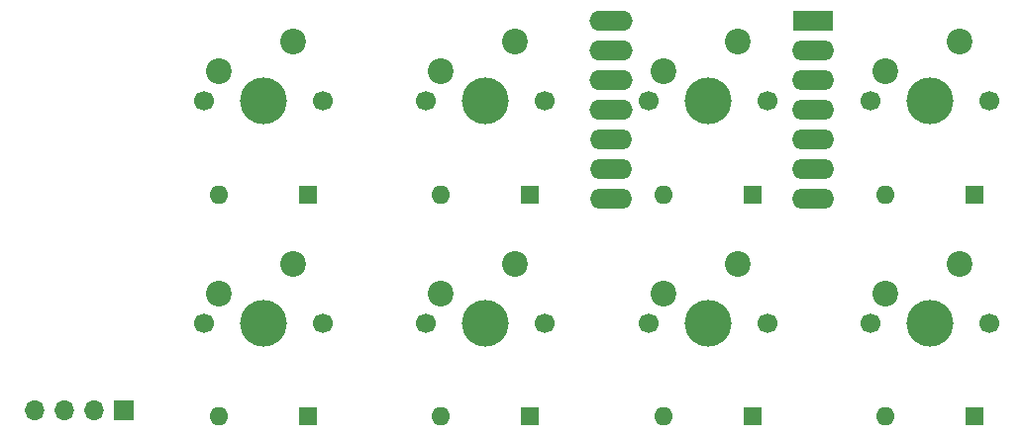
<source format=gbs>
G04 #@! TF.GenerationSoftware,KiCad,Pcbnew,9.0.7*
G04 #@! TF.CreationDate,2026-02-20T22:20:20+11:00*
G04 #@! TF.ProjectId,oled-v2,6f6c6564-2d76-4322-9e6b-696361645f70,rev?*
G04 #@! TF.SameCoordinates,Original*
G04 #@! TF.FileFunction,Soldermask,Bot*
G04 #@! TF.FilePolarity,Negative*
%FSLAX46Y46*%
G04 Gerber Fmt 4.6, Leading zero omitted, Abs format (unit mm)*
G04 Created by KiCad (PCBNEW 9.0.7) date 2026-02-20 22:20:20*
%MOMM*%
%LPD*%
G01*
G04 APERTURE LIST*
%ADD10R,1.600000X1.600000*%
%ADD11O,1.600000X1.600000*%
%ADD12C,1.700000*%
%ADD13C,4.000000*%
%ADD14C,2.200000*%
%ADD15R,1.700000X1.700000*%
%ADD16O,1.700000X1.700000*%
%ADD17R,3.500000X1.700000*%
%ADD18O,3.600000X1.700000*%
%ADD19O,3.700000X1.700000*%
G04 APERTURE END LIST*
D10*
X125810000Y-90000000D03*
D11*
X118190000Y-90000000D03*
D12*
X97920000Y-63000000D03*
D13*
X103000000Y-63000000D03*
D12*
X108080000Y-63000000D03*
D14*
X105540000Y-57920000D03*
X99190000Y-60460000D03*
D10*
X106810000Y-90000000D03*
D11*
X99190000Y-90000000D03*
D10*
X144810000Y-71000000D03*
D11*
X137190000Y-71000000D03*
D12*
X78920000Y-63000000D03*
D13*
X84000000Y-63000000D03*
D12*
X89080000Y-63000000D03*
D14*
X86540000Y-57920000D03*
X80190000Y-60460000D03*
D10*
X87810000Y-71000000D03*
D11*
X80190000Y-71000000D03*
D15*
X72040000Y-89500000D03*
D16*
X69500000Y-89500000D03*
X66960000Y-89500000D03*
X64420000Y-89500000D03*
D12*
X135920000Y-63000000D03*
D13*
X141000000Y-63000000D03*
D12*
X146080000Y-63000000D03*
D14*
X143540000Y-57920000D03*
X137190000Y-60460000D03*
D12*
X116920000Y-82000000D03*
D13*
X122000000Y-82000000D03*
D12*
X127080000Y-82000000D03*
D14*
X124540000Y-76920000D03*
X118190000Y-79460000D03*
D12*
X78920000Y-82000000D03*
D13*
X84000000Y-82000000D03*
D12*
X89080000Y-82000000D03*
D14*
X86540000Y-76920000D03*
X80190000Y-79460000D03*
D10*
X125810000Y-71000000D03*
D11*
X118190000Y-71000000D03*
D10*
X87810000Y-90000000D03*
D11*
X80190000Y-90000000D03*
D10*
X144810000Y-90000000D03*
D11*
X137190000Y-90000000D03*
D12*
X135920000Y-82000000D03*
D13*
X141000000Y-82000000D03*
D12*
X146080000Y-82000000D03*
D14*
X143540000Y-76920000D03*
X137190000Y-79460000D03*
D12*
X116920000Y-63000000D03*
D13*
X122000000Y-63000000D03*
D12*
X127080000Y-63000000D03*
D14*
X124540000Y-57920000D03*
X118190000Y-60460000D03*
D10*
X106810000Y-71000000D03*
D11*
X99190000Y-71000000D03*
D12*
X97920000Y-82000000D03*
D13*
X103000000Y-82000000D03*
D12*
X108080000Y-82000000D03*
D14*
X105540000Y-76920000D03*
X99190000Y-79460000D03*
D17*
X131014500Y-56092015D03*
D18*
X131014500Y-58632015D03*
X131014500Y-61172015D03*
X131014500Y-63712015D03*
X131014500Y-66252015D03*
X131014500Y-68792015D03*
X131014500Y-71332015D03*
X113764500Y-71332015D03*
X113764500Y-68792015D03*
X113764500Y-66252015D03*
D19*
X113764500Y-63712015D03*
X113764500Y-61172015D03*
X113764500Y-58632015D03*
X113764500Y-56092015D03*
M02*

</source>
